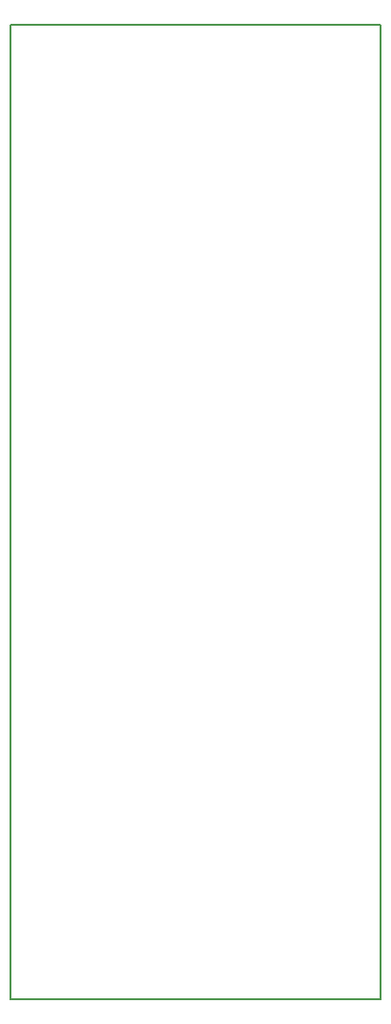
<source format=gm1>
%TF.GenerationSoftware,KiCad,Pcbnew,5.0.2*%
%TF.CreationDate,2020-05-26T14:16:45+02:00*%
%TF.ProjectId,cowdin-2-shutter,636f7764-696e-42d3-922d-736875747465,0.1*%
%TF.SameCoordinates,Original*%
%TF.FileFunction,Profile,NP*%
%FSLAX46Y46*%
G04 Gerber Fmt 4.6, Leading zero omitted, Abs format (unit mm)*
G04 Created by KiCad (PCBNEW 5.0.2) date mar. 26 mai 2020 14:16:45 CEST*
%MOMM*%
%LPD*%
G01*
G04 APERTURE LIST*
%ADD10C,0.150000*%
G04 APERTURE END LIST*
D10*
X165000000Y-61750000D02*
X165000000Y-148250000D01*
X132000000Y-61750000D02*
X132000000Y-148250000D01*
X132000000Y-148250000D02*
X165000000Y-148250000D01*
X132000000Y-61750000D02*
X165000000Y-61750000D01*
M02*

</source>
